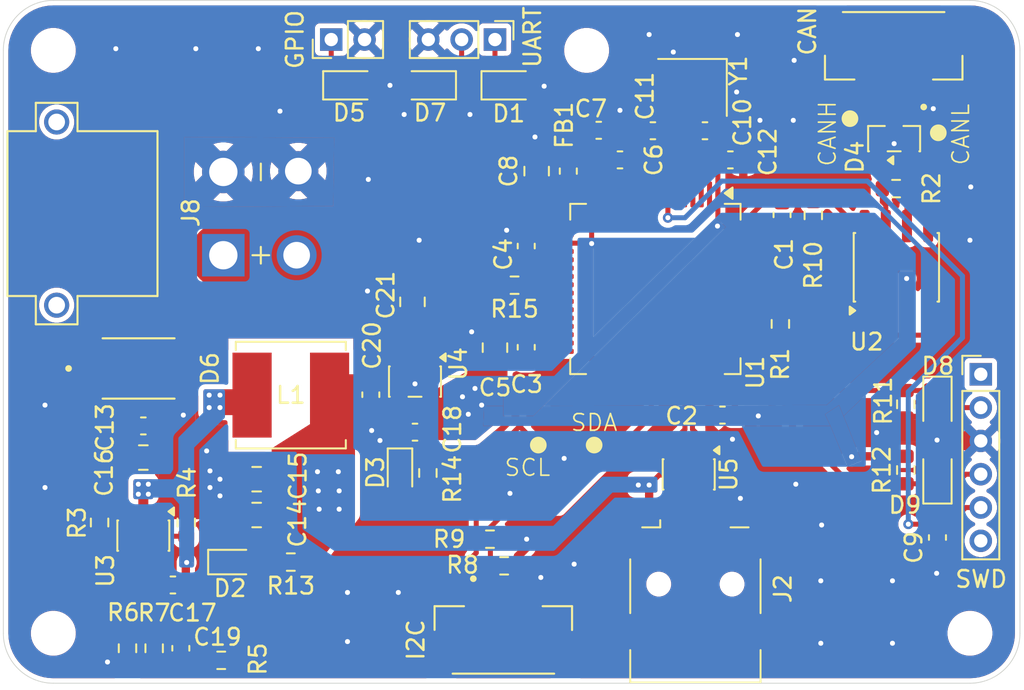
<source format=kicad_pcb>
(kicad_pcb (version 20241229) (generator "pcbnew") (generator_version "9.0")
  (layers (0 "F.Cu" signal) (4 "In1.Cu" power "In1.GND") (6 "In2.Cu" power "In2.GND") (2 "B.Cu" signal) (13 "F.Paste" user) (15 "B.Paste" user) (5 "F.SilkS" user "F.Silkscreen") (7 "B.SilkS" user "B.Silkscreen") (1 "F.Mask" user) (3 "B.Mask" user) (25 "Edge.Cuts" user))
  (net 0 "")
  (net 1 "+3.3V")
  (net 2 "GND")
  (net 3 "+3.3VA")
  (net 4 "/NRST")
  (net 5 "/HSE_IN")
  (net 6 "/HSE_OUT")
  (net 7 "napeti_z_baterie")
  (net 8 "+5V")
  (net 9 "Net-(U3-BOOT)")
  (net 10 "Net-(U3-SW)")
  (net 11 "Net-(C19-Pad1)")
  (net 12 "Net-(U3-FB)")
  (net 13 "/USART_TX")
  (net 14 "Net-(D2-A)")
  (net 15 "Net-(D3-A)")
  (net 16 "Net-(J1-Pin_2)")
  (net 17 "Net-(J1-Pin_3)")
  (net 18 "Net-(D5-K)")
  (net 19 "/USART_RX")
  (net 20 "/SWCLK")
  (net 21 "/SWDIO")
  (net 24 "Net-(J2-D-)")
  (net 27 "Net-(J2-D+)")
  (net 30 "/I2C3_SCL")
  (net 31 "/I2C3_SDA")
  (net 34 "/BOOT0")
  (net 35 "Net-(U3-EN)")
  (net 36 "Net-(U2-Rs)")
  (net 37 "/GPIO_OUT")
  (net 49 "/USB_D-")
  (net 56 "/USB_D+")
  (net 68 "/CAN1_TX")
  (net 70 "/CAN1_RX")
  (footprint "Capacitor_SMD:C_0603_1608Metric" (layer "F.Cu") (at 71.6 79.825)
    (property "Reference" "C10")
    (property "Value" "8p" (hide yes))
  )
  (footprint "Resistor_SMD:R_0603_1608Metric" (layer "F.Cu") (at 58.7 104.35 180)
    (property "Reference" "R9")
    (property "Value" "2k2" (hide yes))
  )
  (footprint "Diode_SMD:D_SOD-323" (layer "F.Cu") (at 85.55 100.6 90)
    (property "Reference" "D9")
    (property "Value" "PESD5V0S1UL" (hide yes))
  )
  (footprint "Package_TO_SOT_SMD:SOT-23" (layer "F.Cu") (at 82.95 80.3 90)
    (property "Reference" "D4")
    (property "Value" "NUP2105L" (hide yes))
  )
  (footprint "Diode_SMD:D_SOD-323" (layer "F.Cu") (at 55.05 77.1 180)
    (property "Reference" "D7")
    (property "Value" "PESD5V0S1UL" (hide yes))
  )
  (footprint "Diode_SMD:D_SOD-323" (layer "F.Cu") (at 59.8 77.1)
    (property "Reference" "D1")
    (property "Value" "PESD5V0S1UL" (hide yes))
  )
  (footprint "Package_QFP:LQFP-64_10x10mm_P0.5mm" (layer "F.Cu") (at 68.625 89.325 -90)
    (property "Reference" "U1")
    (property "Value" "STM32F446RETx" (hide yes))
  )
  (footprint "Inductor_SMD:L_6.3x6.3_H3" (layer "F.Cu") (at 46.75 95.7)
    (property "Reference" "L1")
    (property "Value" "10u" (hide yes))
  )
  (footprint "Resistor_SMD:R_0603_1608Metric" (layer "F.Cu") (at 76.125 91.425 90)
    (property "Reference" "R1")
    (property "Value" "10k" (hide yes))
  )
  (footprint "MountingHole:MountingHole_2.2mm_M2" (layer "F.Cu") (at 64.5 75)
    (property "Reference" "H3" (hide yes))
    (property "Value" "MountingHole" (hide yes))
  )
  (footprint "Resistor_SMD:R_0603_1608Metric" (layer "F.Cu") (at 38.55 110.9 90)
    (property "Reference" "R7")
    (property "Value" "100k" (hide yes))
  )
  (footprint "Capacitor_SMD:C_0805_2012Metric" (layer "F.Cu") (at 54.05 90.1 90)
    (property "Reference" "C21")
    (property "Value" "1m" (hide yes))
  )
  (footprint "Resistor_SMD:R_0603_1608Metric" (layer "F.Cu") (at 78.1 84.9 -90)
    (property "Reference" "R10")
    (property "Value" "10K" (hide yes))
  )
  (footprint "Capacitor_SMD:C_0603_1608Metric" (layer "F.Cu") (at 54.2 97.925 180)
    (property "Reference" "C18")
    (property "Value" "1u" (hide yes))
  )
  (footprint "Resistor_SMD:R_0603_1608Metric" (layer "F.Cu") (at 40.475 103.35 90)
    (property "Reference" "R4")
    (property "Value" "105k" (hide yes))
  )
  (footprint "Diode_SMD:D_SOD-323" (layer "F.Cu") (at 85.55 96.2 -90)
    (property "Reference" "D8")
    (property "Value" "PESD5V0S1UL" (hide yes))
  )
  (footprint "Capacitor_SMD:C_0603_1608Metric" (layer "F.Cu") (at 76.225 84.875 -90)
    (property "Reference" "C1")
    (property "Value" "100n" (hide yes))
  )
  (footprint "Moje_soucastky:Test_point" (layer "F.Cu") (at 61.6 98.7)
    (property "Reference" "SCL")
    (property "Value" "Conn_01x01_Pin" (hide yes))
  )
  (footprint "Package_TO_SOT_SMD:SOT-23-6" (layer "F.Cu") (at 37.9 104.1375 -90)
    (property "Reference" "U3")
    (property "Value" "TPS54302" (hide yes))
  )
  (footprint "Capacitor_SMD:C_0603_1608Metric" (layer "F.Cu") (at 68.475 79.825 180)
    (property "Reference" "C11")
    (property "Value" "8p" (hide yes))
  )
  (footprint "Capacitor_SMD:C_0603_1608Metric" (layer "F.Cu") (at 66.5 81.575)
    (property "Reference" "C6")
    (property "Value" "10n" (hide yes))
  )
  (footprint "Moje_soucastky:Test_point" (layer "F.Cu") (at 85.6 79.95)
    (property "Reference" "CANL")
    (property "Value" "Conn_01x01_Pin" (hide yes))
  )
  (footprint "Moje_soucastky:Test_point" (layer "F.Cu") (at 64.95 98.7)
    (property "Reference" "SDA")
    (property "Value" "Conn_01x01_Pin" (hide yes))
  )
  (footprint "Moje_soucastky:Test_point" (layer "F.Cu") (at 80.3 79.1)
    (property "Reference" "CANH")
    (property "Value" "Conn_01x01_Pin" (hide yes))
  )
  (footprint "SM04B-GHS-TB_LF__SN_-:JST_SM04B-GHS-TB_LF__SN_-" (layer "F.Cu") (at 82.925 74.725 180)
    (property "Reference" "CAN")
    (property "Value" "Conn_01x04_Socket" (hide yes))
  )
  (footprint "Moje_soucastky:ODrive_PAD" (layer "F.Cu") (at 47.1 87.3)
    (property "Reference" "J9" (hide yes))
    (property "Value" "Conn_01x01_Socket" (hide yes))
  )
  (footprint "Resistor_SMD:R_0603_1608Metric" (layer "F.Cu") (at 42.575 111.625 180)
    (property "Reference" "R5")
    (property "Value" "49.9R" (hide yes))
  )
  (footprint "Resistor_SMD:R_0603_1608Metric" (layer "F.Cu") (at 46.75 105.725 180)
    (property "Reference" "R13")
    (property "Value" "330R" (hide yes))
  )
  (footprint "Resistor_SMD:R_0603_1608Metric" (layer "F.Cu") (at 35.275 103.35 -90)
    (property "Reference" "R3")
    (property "Value" "511k" (hide yes))
  )
  (footprint "Connector_PinHeader_2.00mm:PinHeader_1x03_P2.00mm_Vertical" (layer "F.Cu") (at 59 74.35 -90)
    (property "Reference" "UART")
    (property "Value" "Conn_01x03_Pin" (hide yes))
  )
  (footprint "LED_SMD:LED_0603_1608Metric" (layer "F.Cu") (at 43.275 105.725)
    (property "Reference" "D2")
    (property "Value" "LED" (hide yes))
  )
  (footprint "Capacitor_SMD:C_0603_1608Metric" (layer "F.Cu") (at 37.9 97.55)
    (property "Reference" "C13")
    (property "Value" "0.1u" (hide yes))
  )
  (footprint "Resistor_SMD:R_0603_1608Metric" (layer "F.Cu") (at 54.975 100.375 -90)
    (property "Reference" "R14")
    (property "Value" "150R" (hide yes))
  )
  (footprint "Diode_SMD:D_SOD-323" (layer "F.Cu") (at 50.3 77.1)
    (property "Reference" "D5")
    (property "Value" "PESD5V0S1UL" (hide yes))
  )
  (footprint "Capacitor_SMD:C_0603_1608Metric" (layer "F.Cu") (at 73.125 81.575)
    (property "Reference" "C12")
    (property "Value" "100n" (hide yes))
  )
  (footprint "Package_TO_SOT_SMD:SOT-23-6" (layer "F.Cu") (at 70.625 100.4625 -90)
    (property "Reference" "U5")
    (property "Value" "USBLC6-2SC6" (hide yes))
  )
  (footprint "LED_SMD:LED_0603_1608Metric" (layer "F.Cu") (at 53.3 100.3875 -90)
    (property "Reference" "D3")
    (property "Value" "LED" (hide yes))
  )
  (footprint "Capacitor_SMD:C_0805_2012Metric" (layer "F.Cu") (at 37.9 99.45)
    (property "Reference" "C16")
    (property "Value" "10u" (hide yes))
  )
  (footprint "Resistor_SMD:R_0603_1608Metric" (layer "F.Cu") (at 59.55 105.95 180)
    (property "Reference" "R8")
    (property "Value" "2k2" (hide yes))
  )
  (footprint "SM04B-GHS-TB_LF__SN_-:JST_SM04B-GHS-TB_LF__SN_-" (layer "F.Cu") (at 59.5 110.4)
    (property "Reference" "I2C")
    (property "Value" "Conn_01x04_Socket" (hide yes))
  )
  (footprint "Capacitor_SMD:C_0805_2012Metric" (layer "F.Cu") (at 44.7 100.75 180)
    (property "Reference" "C15")
    (property "Value" "22u" (hide yes))
  )
  (footprint "Connector_PinHeader_2.00mm:PinHeader_1x06_P2.00mm_Vertical" (layer "F.Cu") (at 88.15 94.45)
    (property "Reference" "SWD")
    (property "Value" "Conn_01x06_Socket" (hide yes))
  )
  (footprint "Capacitor_SMD:C_0603_1608Metric" (layer "F.Cu") (at 51.55 95.675 -90)
    (property "Reference" "C20")
    (property "Value" "1u" (hide yes))
  )
  (footprint "Capacitor_SMD:C_0603_1608Metric" (layer "F.Cu") (at 40.15 110.9 90)
    (property "Reference" "C19")
    (property "Value" "75p" (hide yes))
  )
  (footprint "XT30PW-M:AMASS_XT30PW-M" (layer "F.Cu") (at 32.7 84.8 90)
    (property "Reference" "J8")
    (property "Value" "XT30PW-M")
  )
  (footprint "Capacitor_SMD:C_0603_1608Metric" (layer "F.Cu") (at 72.65 96.9 180)
    (property "Reference" "C2")
    (property "Value" "100n" (hide yes))
  )
  (footprint "SMBJ28A:DIOM5436X244N" (layer "F.Cu") (at 37.615 94.1)
    (property "Reference" "D6")
    (property "Value" "SMBJ28A" (hide yes))
  )
  (footprint "Capacitor_SMD:C_0603_1608Metric" (layer "F.Cu") (at 39.675 107.1)
    (property "Reference" "C17")
    (property "Value" "0.1u" (hide yes))
  )
  (footprint "Package_TO_SOT_SMD:SOT-23-5" (layer "F.Cu") (at 54.2 94.8875 -90)
    (property "Reference" "U4")
    (property "Value" "ME6211C33M5" (hide yes))
  )
  (footprint "Package_SO:SOIC-8_3.9x4.9mm_P1.27mm" (layer "F.Cu") (at 83.085 88.025 90)
    (property "Reference" "U2")
    (property "Value" "SN65HVD230" (hide yes))
  )
  (footprint "Capacitor_SMD:C_0603_1608Metric" (layer "F.Cu") (at 85.55 104.25 -90)
    (property "Reference" "C9")
    (property "Value" "100n" (hide yes))
  )
  (footprint "MountingHole:MountingHole_2.2mm_M2" (layer "F.Cu") (at 32.5 110)
    (property "Reference" "H5" (hide yes))
    (property "Value" "MountingHole" (hide yes))
  )
  (footprint "MountingHole:MountingHole_2.2mm_M2" (layer "F.Cu") (at 32.5 75)
    (property "Reference" "H6" (hide yes))
    (property "Value" "MountingHole" (hide yes))
  )
  (footprint "Inductor_SMD:L_0603_1608Metric" (layer "F.Cu") (at 63.4 82.25 90)
    (property "Reference" "FB1")
    (property "Value" "120R" (hide yes))
  )
  (footprint "MountingHole:MountingHole_2.2mm_M2" (layer "F.Cu") (at 87.5 110)
    (property "Reference" "H4" (hide yes))
    (property "Value" "MountingHole" (hide yes))
  )
  (footprint "Resistor_SMD:R_0603_1608Metric" (layer "F.Cu") (at 36.95 110.9 -90)
    (property "Reference" "R6")
    (property "Value" "13k3" (hide yes))
  )
  (footprint "Crystal:Crystal_SMD_3225-4Pin_3.2x2.5mm" (layer "F.Cu") (at 70.85 77.225 180)
    (property "Reference" "Y1")
    (property "Value" "16MHz" (hide yes))
  )
  (footprint "Capacitor_SMD:C_0603_1608Metric" (layer "F.Cu") (at 60.875 92.825 90)
    (property "Reference" "C3")
    (property "Value" "100n" (hide yes))
  )
  (footprint "Capacitor_SMD:C_0805_2012Metric" (layer "F.Cu") (at 61.5 82.25 90)
    (property "Reference" "C8")
    (property "Value" "1u" (hide yes))
  )
  (footprint "Moje_soucastky:ODrive_PAD" (layer "F.Cu") (at 47.2 82.25)
    (property "Reference" "J5" (hide yes))
    (property "Value" "Conn_01x01_Socket" (hide yes))
  )
  (footprint "Capacitor_SMD:C_0603_1608Metric" (layer "F.Cu") (at 65.225 79.8)
    (property "Reference" "C7")
    (property "Value" "1u" (hide yes))
  )
  (footprint "Connector_PinHeader_2.00mm:PinHeader_1x02_P2.00mm_Vertical" (layer "F.Cu") (at 49.175 74.35 90)
    (property "Reference" "GPIO")
    (property "Value" "Conn_01x02_Pin" (hide yes))
  )
  (footprint "Resistor_SMD:R_0603_1608Metric" (layer "F.Cu") (at 83.0675 83.3)
    (property "Reference" "R2")
    (property "Value" "120R" (hide yes))
  )
  (footprint "Capacitor_SMD:C_0805_2012Metric" (layer "F.Cu") (at 44.7 102.9 180)
    (property "Reference" "C14")
    (property "Value" "22u" (hide yes))
  )
  (footprint "Capacitor_SMD:C_0603_1608Metric" (layer "F.Cu") (at 60.875 86.75 90)
    (property "Reference" "C4")
    (property "Value" "100n" (hide yes))
  )
  (footprint "Resistor_SMD:R_0603_1608Metric" (layer "F.Cu") (at 60.175 89.1 180)
    (property "Reference" "R15")
    (property "Value" "470R" (hide yes))
  )
  (footprint "Capacitor_SMD:C_0805_2012Metric" (layer "F.Cu") (at 59 92.85 90)
    (property "Reference" "C5")
    (property "Value" "10u" (hide yes))
  )
  (footprint "Resistor_SMD:R_0603_1608Metric" (layer "F.Cu") (at 83.65 100.2 90)
    (property "Reference" "R12")
    (property "Value" "10K" (hide yes))
  )
  (footprint "Resistor_SMD:R_0603_1608Metric" (layer "F.Cu") (at 83.65 96.25 90)
    (property "Reference" "R11")
    (property "Value" "10K" (hide yes))
  )
  (footprint "Connector_USB:USB_Mini-B_Lumberg_2486_01_Horizontal" (layer "F.Cu") (at 71.025 107.05)
    (property "Reference" "J2")
    (property "Value" "USB_B_Mini" (hide yes))
  )
  (gr_arc (start 29.5 75) (mid 30.37868 72.87868) (end 32.5 72) (stroke (width 0.05)) (layer "Edge.Cuts"))
  (gr_line (start 29.5 75) (end 29.5 110) (stroke (width 0.05)) (layer "Edge.Cuts"))
  (gr_line (start 32.5 113) (end 87.5 113) (stroke (width 0.05)) (layer "Edge.Cuts"))
  (gr_line (start 90.5 110) (end 90.5 75) (stroke (width 0.05)) (layer "Edge.Cuts"))
  (gr_line (start 32.5 72) (end 87.5 72) (stroke (width 0.05)) (layer "Edge.Cuts"))
  (gr_arc (start 32.5 113) (mid 30.37868 112.12132) (end 29.5 110) (stroke (width 0.05)) (layer "Edge.Cuts"))
  (gr_arc (start 90.5 110) (mid 89.62132 112.12132) (end 87.5 113) (stroke (width 0.05)) (layer "Edge.Cuts"))
  (gr_arc (start 87.5 72) (mid 89.62132 72.87868) (end 90.5 75) (stroke (width 0.05)) (layer "Edge.Cuts"))
  (segment (start 61.75 87.3) (end 61.525 87.525) (width 0.3) (layer "F.Cu") (net 1))
  (segment (start 76.125 83.775) (end 76.125 84.1) (width 0.3) (layer "F.Cu") (net 1))
  (segment (start 80.4 99.4) (end 80.425 99.375) (width 0.2) (layer "F.Cu") (net 1))
  (segment (start 64.8 86.6) (end 64.775 86.575) (width 0.3) (layer "F.Cu") (net 1))
  (segment (start 64.8 86.6) (end 64.8 85.7) (width 0.3) (layer "F.Cu") (net 1))
  (segment (start 54.975 99.55) (end 54.975 97.925) (width 0.5) (layer "F.Cu") (net 1))
  (segment (start 72.6 96.15) (end 73.25 96.15) (width 0.3) (layer "F.Cu") (net 1))
  (segment (start 63.2375 83.2) (end 63.4 83.0375) (width 0.5) (layer "F.Cu") (net 1))
  (segment (start 72.375 85.525) (end 72.35 85.55) (width 0.3) (layer "F.Cu") (net 1))
  (segment (start 55.15 97.75) (end 54.975 97.925) (width 0.3) (layer "F.Cu") (net 1))
  (segment (start 73.25 96.15) (end 73.425 96.325) (width 0.3) (layer "F.Cu") (net 1))
  (segment (start 59.95 93.8) (end 60.15 93.6) (width 0.5) (layer "F.Cu") (net 1))
  (segment (start 74.8 96.95) (end 73.475 96.95) (width 0.3) (layer "F.Cu") (net 1))
  (segment (start 61.75 86.75) (end 61.75 87.3) (width 0.3) (layer "F.Cu") (net 1))
  (segment (start 80.425 99.375) (end 83.65 99.375) (width 0.5) (layer "F.Cu") (net 1))
  (segment (start 74.3 85.575) (end 74.3 84.95) (width 0.3) (layer "F.Cu") (net 1))
  (segment (start 60.15 93.6) (end 60.875 93.6) (width 0.5) (layer "F.Cu") (net 1))
  (segment (start 63.4 84.3) (end 63.4 83.0375) (width 0.3) (layer "F.Cu") (net 1))
  (segment (start 75.15 84.1) (end 76.225 84.1) (width 0.3) (layer "F.Cu") (net 1))
  (segment (start 73.475 96.95) (end 73.425 96.9) (width 0.3) (layer "F.Cu") (net 1))
  (segment (start 74.3 85.575) (end 72.375 85.575) (width 0.3) (layer "F.Cu") (net 1))
  (segment (start 59 93.8) (end 59.95 93.8) (width 0.5) (layer "F.Cu") (net 1))
  (segment (start 62.125 93.075) (end 61.6 93.6) (width 0.3) (layer "F.Cu") (net 1))
  (segment (start 72.375 81.6) (end 72.35 81.575) (width 0.3) (layer "F.Cu") (net 1))
  (segment (start 83.7 90.48) (end 83.72 90.5) (width 0.5) (layer "F.Cu") (net 1))
  (segment (start 74.3 84.95) (end 75.15 84.1) (width 0.3) (layer "F.Cu") (net 1))
  (segment (start 61.5 83.2) (end 63.2375 83.2) (width 0.5) (layer "F.Cu") (net 1))
  (segment (start 72.375 95) (end 72.375 95.925) (width 0.3) (layer "F.Cu") (net 1))
  (segment (start 61.6 93.6) (end 60.875 93.6) (width 0.3) (layer "F.Cu") (net 1))
  (segment (start 83.7 88.7) (end 83.7 90.48) (width 0.5) (layer "F.Cu") (net 1))
  (segment (start 72.375 83.65) (end 72.375 81.6) (width 0.3) (layer "F.Cu") (net 1))
  (segment (start 55.15 96.025) (end 55.15 97.75) (width 0.5) (layer "F.Cu") (net 1))
  (segment (start 64.8 85.7) (end 63.4 84.3) (width 0.3) (layer "F.Cu") (net 1))
  (segment (start 72.375 95.925) (end 72.6 96.15) (width 0.3) (layer "F.Cu") (net 1))
  (segment (start 72.375 83.65) (end 72.375 85.525) (width 0.3) (layer "F.Cu") (net 1))
  (segment (start 61.925 86.575) (end 61.75 86.75) (width 0.3) (layer "F.Cu") (net 1))
  (segment (start 73.425 96.325) (end 73.425 96.9) (width 0.3) (layer "F.Cu") (net 1))
  (segment (start 72.375 85.575) (end 72.35 85.55) (width 0.3) (layer "F.Cu") (net 1))
  (segment (start 61.525 87.525) (end 60.875 87.525) (width 0.3) (layer "F.Cu") (net 1))
  (segment (start 62.95 86.575) (end 61.925 86.575) (width 0.3) (layer "F.Cu") (net 1))
  (segment (start 64.775 86.575) (end 62.95 86.575) (width 0.3) (layer "F.Cu") (net 1))
  (segment (start 62.95 93.075) (end 62.125 93.075) (width 0.3) (layer "F.Cu") (net 1))
  (via (at 57.8 95.3) (size 0.6) (drill 0.3) (layers "F.Cu" "B.Cu") (net 1))
  (via (at 74.8 96.95) (size 0.6) (drill 0.3) (layers "F.Cu" "B.Cu") (net 1))
  (via (at 57.4 96.85) (size 0.6) (drill 0.3) (layers "F.Cu" "B.Cu") (net 1))
  (via (at 72.35 85.55) (size 0.6) (drill 0.3) (layers "F.Cu" "B.Cu") (net 1))
  (via (at 58.2 96.3) (size 0.6) (drill 0.3) (layers "F.Cu" "B.Cu") (net 1))
  (via (at 83.7 88.7) (size 0.6) (drill 0.3) (layers "F.Cu" "B.Cu") (net 1))
  (via (at 80.4 99.4) (size 0.6) (drill 0.3) (layers "F.Cu" "B.Cu") (net 1))
  (via (at 57.05 95.8) (size 0.6) (drill 0.3) (layers "F.Cu" "B.Cu") (net 1))
  (via (at 64.8 86.6) (size 0.6) (drill 0.3) (layers "F.Cu" "B.Cu") (net 1))
  (segment (start 39.65 97.55) (end 40.3 96.9) (width 0.5) (layer "F.Cu") (net 2))
  (segment (start 43.75 102.9) (end 43.65 102.9) (width 0.5) (layer "F.Cu") (net 2))
  (segment (start 61.95 77.15) (end 60.9 77.15) (width 0.5) (layer "F.Cu") (net 2))
  (segment (start 51.175 74.5) (end 51.175 74.525) (width 0.3) (layer "F.Cu") (net 2))
  (segment (start 71.95 78.075) (end 72.925 78.075) (width 0.5) (layer "F.Cu") (net 2))
  (segment (start 85.5 105.3) (end 85.5 106.4) (width 0.5) (layer "F.Cu") (net 2))
  (segment (start 72.475 100.45) (end 72.825 100.8) (width 0.3) (layer "F.Cu") (net 2))
  (segment (start 62.95 86.075) (end 60.975 86.075) (width 0.3) (layer "F.Cu") (net 2))
  (segment (start 36.95 111.725) (end 35.75 111.725) (width 0.5) (layer "F.Cu") (net 2))
  (segment (start 72.825 100.8) (end 72.825 101.9) (width 0.3) (layer "F.Cu") (net 2))
  (segment (start 62.95 92.575) (end 61.975 92.575) (width 0.3) (layer "F.Cu") (net 2))
  (segment (start 72.625 102.9) (end 72.625 104.35) (width 0.3) (layer "F.Cu") (net 2))
  (segment (start 69.75 76.375) (end 69.75 75.15) (width 0.5) (layer "F.Cu") (net 2))
  (segment (start 61.975 92.575) (end 61.45 92.05) (width 0.3) (layer "F.Cu") (net 2))
  (segment (start 59.95 91.9) (end 60.1 92.05) (width 0.5) (layer "F.Cu") (net 2))
  (segment (start 52.1 98.425) (end 52.6 97.925) (width 0.5) (layer "F.Cu") (net 2))
  (segment (start 85.55 98.375) (end 85.525 98.4) (width 0.2) (layer "F.Cu") (net 2))
  (segment (start 42.3375 104.6125) (end 42.75 104.2) (width 0.5) (layer "F.Cu") (net 2))
  (segment (start 85.3 78.5) (end 84.8 78) (width 0.5) (layer "F.Cu") (net 2))
  (segment (start 70.625 100.125) (end 70.95 100.45) (width 0.3) (layer "F.Cu") (net 2))
  (segment (start 72.925 78.075) (end 73.5 77.5) (width 0.5) (layer "F.Cu") (net 2))
  (segment (start 67.275 82.225) (end 67.275 81.575) (width 0.3) (layer "F.Cu") (net 2))
  (segment (start 66.875 83.65) (end 66.875 82.625) (width 0.3) (layer "F.Cu") (net 2))
  (segment (start 42.3375 105.725) (end 42.3375 104.6125) (width 0.5) (layer "F.Cu") (net 2))
  (segment (start 70.625 99.325) (end 70.625 100.125) (width 0.3) (layer "F.Cu") (net 2))
  (segment (start 69.75 75.15) (end 69.7 75.1) (width 0.5) (layer "F.Cu") (net 2))
  (segment (start 55 74.5) (end 55.4 74.9) (width 0.3) (layer "F.Cu") (net 2))
  (segment (start 75.65 85.65) (end 76.225 85.65) (width 0.3) (layer "F.Cu") (net 2))
  (segment (start 43.65 102.9) (end 42.5 101.75) (width 0.5) (layer "F.Cu") (net 2))
  (segment (start 66.3 79.8) (end 66 79.8) (width 0.5) (layer "F.Cu") (net 2))
  (segment (start 47.15 82.3) (end 47.2 82.25) (width 0.2) (layer "F.Cu") (net 2))
  (segment (start 66.5 78.6) (end 66.5 79.6) (width 0.5) (layer "F.Cu") (net 2))
  (segment (start 59.7 85.8) (end 59.875 85.975) (width 0.5) (layer "F.Cu") (net 2))
  (segment (start 38.85 99.45) (end 41.3 99.45) (width 0.5) (layer "F.Cu") (net 2))
  (segment (start 60.1 92.05) (end 60.875 92.05) (width 0.5) (layer "F.Cu") (net 2))
  (segment (start 71.875 96.9) (end 71.875 95) (width 0.3) (layer "F.Cu") (net 2))
  (segment (start 66.5 79.6) (end 66.3 79.8) (width 0.5) (layer "F.Cu") (net 2))
  (segment (start 82.95 80.6) (end 82.95 79.3625) (width 0.5) (layer "F.Cu") (net 2))
  (segment (start 76.225 85.65) (end 78.025 85.65) (width 0.3) (layer "F.Cu") (net 2))
  (segment (start 61.75 106.65) (end 61.375 107.025) (width 0.5) (layer "F.Cu") (net 2))
  (segment (start 43.75 100.75) (end 42.5 100.75) (width 0.5) (layer "F.Cu") (net 2))
  (segment (start 59.875 85.975) (end 60.875 85.975) (width 0.5) (layer "F.Cu") (net 2))
  (segment (start 43.75 103.8) (end 43.75 102.9) (width 0.5) (layer "F.Cu") (net 2))
  (segment (start 78.025 85.65) (end 78.1 85.725) (width 0.3) (layer "F.Cu") (net 2))
  (segment (start 41.3 99.45) (end 41.7 99.05) (width 0.5) (layer "F.Cu") (net 2))
  (segment (start 60.975 86.075) (end 60.875 85.975) (width 0.3) (layer "F.Cu") (net 2))
  (segment (start 52.6 97.925) (end 53.425 97.925) (width 0.5) (layer "F.Cu") (net 2))
  (segment (start 72.825 102.7) (end 72.625 102.9) (width 0.3) (layer "F.Cu") (net 2))
  (segment (start 72.6 98.35) (end 71.875 97.625) (width 0.5) (layer "F.Cu") (net 2))
  (segment (start 72.825 101.9) (end 73.725 101.9) (width 0.3) (layer "F.Cu") (net 2))
  (segment (start 72.825 101.9) (end 72.825 102.7) (width 0.3) (layer "F.Cu") (net 2))
  (segment (start 38.675 97.55) (end 39.65 97.55) (width 0.5) (layer "F.Cu") (net 2))
  (segment (start 43.35 104.2) (end 43.75 103.8) (width 0.5) (layer "F.Cu") (net 2))
  (segment (start 76.125 92.25) (end 76.45 92.25) (width 0.3) (layer "F.Cu") (net 2))
  (segment (start 85.55 105.25) (end 85.5 105.3) (width 0.5) (layer "F.Cu") (net 2))
  (segment (start 61.45 92.05) (end 60.875 92.05) (width 0.3) (layer "F.Cu") (net 2))
  (segment (start 72.375 79.825) (end 74.275 79.825) (width 0.5) (layer "F.Cu") (net 2))
  (segment (start 42.75 104.2) (end 43.35 104.2) (width 0.5) (layer "F.Cu") (net 2))
  (segment (start 73.25 98.35) (end 72.6 98.35) (width 0.5) (layer "F.Cu") (net 2))
  (segment (start 74.275 79.825) (end 74.9 79.2) (width 0.5) (layer "F.Cu") (net 2))
  (segment (start 70.95 100.45) (end 72.475 100.45) (width 0.3) (layer "F.Cu") (net 2))
  (segment (start 54.2 93.75) (end 54.2 95.025) (width 0.5) (layer "F.Cu") (net 2))
  (segment (start 39.83 94.1) (end 40.5 94.1) (width 1) (layer "F.Cu") (net 2))
  (segment (start 61.375 107.025) (end 61.375 108.125) (width 0.5) (layer "F.Cu") (net 2))
  (segment (start 74.3 86.075) (end 75.225 86.075) (width 0.3) (layer "F.Cu") (net 2))
  (segment (start 75.225 86.075) (end 75.65 85.65) (width 0.3) (layer "F.Cu") (net 2))
  (segment (start 84.8 78) (end 84.8 77) (width 0.5) (layer "F.Cu") (net 2))
  (segment (start 60.9 77.15) (end 60.85 77.1) (width 0.2) (layer "F.Cu") (net 2))
  (segment (start 61.5 80.3) (end 61.4 80.2) (width 0.5) (layer "F.Cu") (net 2))
  (segment (start 61.5 81.3) (end 61.5 80.3) (width 0.5) (layer "F.Cu") (net 2))
  (segment (start 71.875 97.625) (end 71.875 96.9) (width 0.5) (layer "F.Cu") (net 2))
  (segment (start 85.55 105.025) (end 85.55 105.25) (width 0.5) (layer "F.Cu") (net 2))
  (segment (start 59 91.9) (end 59.95 91.9) (width 0.5) (layer "F.Cu") (net 2))
  (segment (start 66.875 82.625) (end 67.275 82.225) (width 0.3) (layer "F.Cu") (net 2))
  (segment (start 59 91.9) (end 57.6 91.9) (width 0.5) (layer "F.Cu") (net 2))
  (via (at 68.25 74.05) (size 0.6) (drill 0.3) (layers "F.Cu" "B.Cu") (net 2))
  (via (at 66.5 78.6) (size 0.7) (drill 0.3) (layers "F.Cu" "B.Cu") (net 2))
  (via (at 87.55 83.2) (size 0.6) (drill 0.3) (layers "F.Cu" "B.Cu") (net 2))
  (via (at 59.7 85.8) (size 0.7) (drill 0.3) (layers "F.Cu" "B.Cu") (net 2))
  (via (at 59.9 101.6) (size 0.6) (drill 0.3) (layers "F.Cu" "B.Cu") (net 2))
  (via (at 78.6 103.5) (size 0.6) (drill 0.3) (layers "F.Cu" "B.Cu") (net 2))
  (via (at 85.5 106.4) (size 0.6) (drill 0.3) (layers "F.Cu" "B.Cu") (net 2))
  (via (at 50.15 110.5) (size 0.6) (drill 0.3) (layers "F.Cu" "B.Cu") (net 2))
  (via (at 61.4 80.2) (size 0.6) (drill 0.3) (layers "F.Cu" "B.Cu") (net 2))
  (via (at 81.9 97.95) (size 0.6) (drill 0.3) (layers "F.Cu" "B.Cu") (net 2))
  (via (at 73.725 101.9) (size 0.6) (drill 0.3) (layers "F.Cu" "B.Cu") (net 2))
  (via (at 53.2 107.55) (size 0.6) (drill 0.3) (layers "F.Cu" "B.Cu") (net 2))
  (via (at 51.35 89.45) (size 0.6) (drill 0.3) (layers "F.Cu" "B.Cu") (net 2))
  (via (at 42.5 101.75) (size 0.6) (drill 0.3) (layers "F.Cu" "B.Cu") (net 2))
  (via (at 54.45 86.4) (size 0.6) (drill 0.3) (layers "F.Cu" "B.Cu") (net 2))
  (via (at 73.5 77.5) (size 0.6) (drill 0.3) (layers "F.Cu" "B.Cu") (net 2))
  (via (at 53.55 78.85) (size 0.6) (drill 0.3) (layers "F.Cu" "B.Cu") (net 2))
  (via (at 32 101.25) (size 0.6) (drill 0.3) (layers "F.Cu" "B.Cu") (net 2))
  (via (at 63.15 99.5) (size 0.6) (drill 0.3) (layers "F.Cu" "B.Cu") (net 2))
  (via (at 78.55 110.6) (size 0.6) (drill 0.3) (layers "F.Cu" "B.Cu") (net 2))
  (via (at 54.2 95.025) (size 0.6) (drill 0.3) (layers "F.Cu" "B.Cu") (net 2))
  (via (at 46.1 78.65) (size 0.6) (drill 0.3) (layers "F.Cu" "B.Cu") (net 2))
  (via (at 42.5 100.75) (size 0.6) (drill 0.3) (layers "F.Cu" "B.Cu") (net 2))
  (via (at 41.9 100.25) (size 0.6) (drill 0.3) (layers "F.Cu" "B.Cu") (net 2))
  (via (at 82.85 110.6) (size 0.6) (drill 0.3) (layers "F.Cu" "B.Cu") (net 2))
  (via (at 74.9 79.2) (size 0.7) (drill 0.3) (layers "F.Cu" "B.Cu") (net 2))
  (via (at 52.1 98.425) (size 0.6) (drill 0.3) (layers "F.Cu" "B.Cu") (net 2))
  (via (at 57.5 78.85) (size 0.6) (drill 0.3) (layers "F.Cu" "B.Cu") (net 2))
  (via (at 50.15 107.55) (size 0.6) (drill 0.3) (layers "F.Cu" "B.Cu") (net 2))
  (via (at 40.3 96.9) (size 0.6) (drill 0.3) (layers "F.Cu" "B.Cu") (net 2))
  (via (at 35.75 111.725) (size 0.6) (drill 0.3) (layers "F.Cu" "B.Cu") (net 2))
  (via (at 82.85 106.85) (size 0.6) (drill 0.3) (layers "F.Cu" "B.Cu") (net 2))
  (via (at 52.7 77.1) (size 0.7) (drill 0.3) (layers "F.Cu" "B.Cu") (net 2))
  (via (at 69.7 75.1) (size 0.6) (drill 0.3) (layers "F.Cu" "B.Cu") (net 2))
  (via (at 41.9 101.25) (size 0.6) (drill 0.3) (layers "F.Cu" "B.Cu") (net 2))
  (via (at 85.3 78.5) (size 0.6) (drill 0.3) (layers "F.Cu" "B.Cu") (net 2))
  (via (at 41.7 99.05) (size 0.6) (drill 0.3) (layers "F.Cu" "B.Cu") (net 2))
  (via (at 57.6 91.9) (size 0.6) (drill 0.3) (layers "F.Cu" "B.Cu") (net 2))
  (via (at 41.05 74.9) (size 0.6) (drill 0.3) (layers "F.Cu" "B.Cu") (net 2))
  (via (at 73.55 74.05) (size 0.6) (drill 0.3) (layers "F.Cu" "B.Cu") (net 2))
  (via (at 82.95 80.6) (size 0.6) (drill 0.3) (layers "F.Cu" "B.Cu") (net 2))
  (via (at 76.9 79.2) (size 0.6) (drill 0.3) (layers "F.Cu" "B.Cu") (net 2))
  (via (at 61.95 77.15) (size 0.7) (drill 0.3) (layers "F.Cu" "B.Cu") (net 2))
  (via (at 78.55 106.85) (size 0.6) (drill 0.3) (layers "F.Cu" "B.Cu") (net 2))
  (via (at 73.25 98.35) (size 0.6) (drill 0.3) (layers "F.Cu" "B.Cu") (net 2))
  (via (at 77.05 101.05) (size 0.6) (drill 0.3) (layers "F.Cu" "B.Cu") (net 2))
  (via (at 63.75 105.85) (size 0.6) (drill 0.3) (layers "F.Cu" "B.Cu") (net 2))
  (via (at 51.4 82.75) (size 0.6) (drill 0.3) (layers "F.Cu" "B.Cu") (net 2))
  (via (at 85.525 98.4) (size 0.6) (drill 0.3) (layers "F.Cu" "B.Cu") (net 2))
  (via (at 76.95 75.6) (size 0.6) (drill 0.3) (layers "F.Cu" "B.Cu") (net 2))
  (via (at 36.25 74.9) (size 0.6) (drill 0.3) (layers "F.Cu" "B.Cu") (net 2))
  (via (at 87.5 86.4) (size 0.6) (drill 0.3) (layers "F.Cu" "B.Cu") (net 2))
  (via (at 61.75 106.65) (size 0.6) (drill 0.3) (layers "F.Cu" "B.Cu") (net 2))
  (via (at 51.6 97.825) (size 0.6) (drill 0.3) (layers "F.Cu" "B.Cu") (net 2))
  (via (at 32 96.3) (size 0.6) (drill 0.3) (layers "F.Cu" "B.Cu") (net 2))
  (via (at 44.8 74.9) (size 0.6) (drill 0.3) (layers "F.Cu" "B.Cu") (net 2))
  (segment (start 65.5 80.8) (end 64.75 80.8) (width 0.3) (layer "F.Cu") (net 3))
  (segment (start 63.6 80.75) (end 64.15 80.75) (width 0.3) (layer "F.Cu") (net 3))
  (segment (start 65.725 82.075) (end 65.725 81.575) (width 0.3) (layer "F.Cu") (net 3))
  (segment (start 65.725 81.575) (end 65.725 81.025) (width 0.3) (layer "F.Cu") (net 3))
  (segment (start 64.45 79.8) (end 64.45 80.3) (width 0.3) (layer "F.Cu") (net 3))
  (segment (start 65.725 81.025) (end 65.5 80.8) (width 0.3) (layer "F.Cu") (net 3))
  (segment (start 64.15 80.75) (end 64.45 80.45) (width 0.3) (layer "F.Cu") (net 3))
  (segment (start 63.4 81.4625) (end 63.4 80.95) (width 0.3) (layer "F.Cu") (net 3))
  (segment (start 66.375 83.65) (end 66.375 82.725) (width 0.3) (layer "F.Cu") (net 3))
  (segment (start 64.75 80.8) (end 64.45 80.5) (width 0.3) (layer "F.Cu") (net 3))
  (segment (start 63.4 80.95) (end 63.6 80.75) (width 0.3) (layer "F.Cu") (net 3))
  (segment (start 64.45 80.5) (end 64.45 80.45) (width 0.3) (layer "F.Cu") (net 3))
  (segment (start 64.45 80.45) (end 64.45 80.3) (width 0.3) (layer "F.Cu") (net 3))
  (segment (start 66.375 82.725) (end 65.725 82.075) (width 0.3) (layer "F.Cu") (net 3))
  (segment (start 85.2 103.45) (end 85.225 103.475) (width 0.3) (layer "F.Cu") (net 4))
  (segment (start 69.375 85.05) (end 69.375 83.65) (width 0.3) (layer "F.Cu") (net 4))
  (segment (start 85.225 103.475) (end 85.875 103.475) (width 0.3) (layer "F.Cu") (net 4))
  (segment (start 85.55 103.475) (end 86.225 103.475) (width 0.3) (layer "F.Cu") (net 4))
  (segment (start 83.8 103.45) (end 85.525 103.45) (width 0.3) (layer "F.Cu") (net 4))
  (segment (start 85.525 103.45) (end 85.55 103.475) (width 0.3) (layer "F.Cu") (net 4))
  (segment (start 86.225 103.475) (end 87.25 102.45) (width 0.3) (layer "F.Cu") (net 4))
  (segment (start 87.25 102.45) (end 88.15 102.45) (width 0.3) (layer "F.Cu") (net 4))
  (via (at 83.8 103.45) (size 0.6) (drill 0.3) (layers "F.Cu" "B.Cu") (net 4))
  (via (at 69.375 85.05) (size 0.6) (drill 0.3) (layers "F.Cu" "B.Cu") (net 4))
  (segment (start 87.05 88.55) (end 87.05 92.25) (width 0.3) (layer "B.Cu") (net 4))
  (segment (start 83.8 95.5) (end 83.8 103.45) (width 0.3) (layer "B.Cu") (net 4))
  (segment (start 87.05 92.25) (end 83.8 95.5) (width 0.3) (layer "B.Cu") (net 4))
  (segment (start 70.4 85.05) (end 72.6 82.85) (width 0.3) (layer "B.Cu") (net 4))
  (segment (start 72.6 82.85) (end 81.35 82.85) (width 0.3) (layer "B.Cu") (net 4))
  (segment (start 69.375 85.05) (end 70.4 85.05) (width 0.3) (layer "B.Cu") (net 4))
  (segment (start 81.35 82.85) (end 87.05 88.55) (width 0.3) (layer "B.Cu") (net 4))
  (segment (start 70.825 79.825) (end 70.825 78.5) (width 0.3) (layer "F.Cu") (net 5))
  (segment (start 70.825 82.175) (end 70.825 79.825) (width 0.3) (layer "F.Cu") (net 5))
  (segment (start 70.825 78.5) (end 70.825 77.5) (width 0.3) (layer "F.Cu") (net 5))
  (segment (start 71 79.825) (end 70.899 79.724) (width 0.3) (layer "F.Cu") (net 5))
  (segment (start 70.375 83.65) (end 70.375 82.625) (width 0.3) (layer "F.Cu") (net 5))
  (segment (start 70.825 77.5) (end 71.95 76.375) (width 0.3) (layer "F.Cu") (net 5))
  (segment (start 70.375 82.625) (end 70.825 82.175) (width 0.3) (layer "F.Cu") (net 5))
  (segment (start 69.25 82) (end 69.25 79.825) (width 0.3) (layer "F.Cu") (net 6))
  (segment (start 69.25 78.575) (end 69.75 78.075) (width 0.3) (layer "F.Cu") (net 6))
  (segment (start 69.25 79.825) (end 69.25 78.575) (width 0.3) (layer "F.Cu") (net 6))
  (segment (start 69.875 82.625) (end 69.25 82) (width 0.3) (layer "F.Cu") (net 6))
  (segment (start 69.875 83.65) (end 69.875 82.625) (width 0.3) (layer "F.Cu") (net 6))
  (segment (start 35.4 94.1) (end 35.4 90.2) (width 2) (layer "F.Cu") (net 7))
  (segment (start 38.3 87.3) (end 42.7 87.3) (width 2) (layer "F.Cu") (net 7))
  (segment (start 42.7 87.3) (end 47.1 87.3) (width 4) (layer "F.Cu") (net 7))
  (segment (start 35.4 90.2) (end 38.3 87.3) (width 2) (layer "F.Cu") (net 7))
  (segment (start 54.05 92.4) (end 54.85 92.4) (width 0.5) (layer "F.Cu") (net 8))
  (segment (start 60.9 104.35) (end 59.525 104.35) (width 0.5) (layer "F.Cu") (net 8))
  (segment (start 54.05 91.05) (end 54.05 92.4) (width 0.5) (layer "F.Cu") (net 8))
  (segment (start 68.25 102.3) (end 68.5 102.55) (width 0.5) (layer "F.Cu") (net 8))
  (segment (start 68.85 100.5) (end 70.29148 100.5) (width 0.3) (layer "F.Cu") (net 8))
  (segment (start 68.5 102.55) (end 68.5 103.85) (width 0.5) (layer "F.Cu") (net 8))
  (segment (start 51.55 93.2) (end 52.35 92.4) (width 0.5) (layer "F.Cu") (net 8))
  (segment (start 60.125 108.125) (end 60.125 106.925) (width 0.5) (layer "F.Cu") (net 8))
  (segment (start 43.4 111.625) (end 45.025 111.625) (width 0.3) (layer "F.Cu") (net 8))
  (segment (start 60.9 104.35) (end 60.9 104.85) (width 0.5) (layer "F.Cu") (net 8))
  (segment (start 49.8 95.4) (end 49.5 95.7) (width 0.5) (layer "F.Cu") (net 8))
  (segment (start 68.5 103.85) (end 69 104.35) (width 0.5) (layer "F.Cu") (net 8))
  (segment (start 60.375 105.375) (end 60.375 105.95) (width 0.5) (layer "F.Cu") (net 8))
  (segment (start 68.25 101.1) (end 68.25 102.3) (width 0.5) (layer "F.Cu") (net 8))
  (segment (start 60.125 106.925) (end 60.375 106.675) (width 0.5) (layer "F.Cu") (net 8))
  (segment (start 60.9 104.85) (end 60.375 105.375) (width 0.5) (layer "F.Cu") (net 8))
  (segment (start 47.575 105.575) (end 47.575 105.725) (width 0.5) (layer "F.Cu") (net 8))
  (segment (start 60.375 106.675) (end 60.375 105.95) (width 0.5) (layer "F.Cu") (net 8))
  (segment (start 69 104.35) (end 69.425 104.35) (width 0.5) (layer "F.Cu") (net 8))
  (segment (start 53.25 93.75) (end 53.25 92.4) (width 0.5) (layer "F.Cu") (net 8))
  (segment (start 51.55 94.9) (end 51.55 93.2) (width 0.5) (layer "F.Cu") (net 8))
  (segment (start 70.625 100.833521) (end 70.625 101.6) (width 0.3) (layer "F.Cu") (net 8))
  (segment (start 52.35 92.4) (end 53.25 92.4) (width 0.5) (layer "F.Cu") (net 8))
  (segment (start 45.025 111.625) (end 47.575 109.075) (width 0.3) (layer "F.Cu") (net 8))
  (segment (start 68.25 101.1) (end 68.85 100.5) (width 0.3) (layer "F.Cu") (net 8))
  (segment (start 70.29148 100.5) (end 70.625 100.833521) (width 0.3) (layer "F.Cu") (net 8))
  (segment (start 53.25 92.4) (end 54.05 92.4) (width 0.5) (layer "F.Cu") (net 8))
  (segment (start 54.85 92.4) (end 55.15 92.7) (width 0.5) (layer "F.Cu") (net 8))
  (segment (start 55.15 92.7) (end 55.15 93.75) (width 0.5) (layer "F.Cu") (net 8))
  (segment (start 47.575 109.075) (end 47.575 105.725) (width 0.3) (layer "F.Cu") (net 8))
  (via (at 68.25 101.1) (size 0.6) (drill 0.3) (layers "F.Cu" "B.Cu") (net 8))
  (via (at 48.4 101.45) (size 0.6) (drill 0.3) (layers "F.Cu" "B.Cu") (net 8))
  (via (at 60.9 104.35) (size 0.6) (drill 0.3) (layers "F.Cu" "B.Cu") (net 8))
  (via (at 49.6 100.3) (size 0.6) (drill 0.3) (layers "F.Cu" "B.Cu") (net 8))
  (via (at 48.35 100.3) (size 0.6) (drill 0.3) (layers "F.Cu" "B.Cu") (net 8))
  (via (at 67.6 101.1) (size 0.6) (drill 0.3) (layers "F.Cu" "B.Cu") (net 8))
  (via (at 48.45 102.55) (size 0.6) (drill 0.3) (layers "F.Cu" "B.Cu") (net 8))
  (via (at 49.65 102.55) (size 0.6) (drill 0.3) (layers "F.Cu" "B.Cu") (net 8))
  (via (at 49.65 101.45) (size 0.6) (drill 0.3) (layers "F.Cu" "B.Cu") (net 8))
  (segment (start 38.85 105.275) (end 38.85 107.05) (width 0.5) (layer "F.Cu") (net 9))
  (segment (start 38.85 107.05) (end 38.9 107.1) (width 0.5) (layer "F.Cu") (net 9))
  (segment (start 37.603994 101.053991) (end 37.6 101.049997) (width 0.5) (layer "F.Cu") (net 10))
  (segment (start 41.85 95.700003) (end 41.849997 95.7) (width 0.5) (layer "F.Cu") (net 10))
  (segment (start 40.45 107.1) (end 40.45 105.8) (width 0.5) (layer "F.Cu") (net 10))
  (segment (start 44 95.7) (end 43.6 96.1) (width 0.5) (layer "F.Cu") (net 10))
  (segment (start 41.85 96.45) (end 41.85 96.4) (width 0.5) (layer "F.Cu") (net 10))
  (segment (start 40.45 105.8) (end 40.5 105.75) (width 0.5) (layer "F.Cu") (net 10))
  (via (at 37.6 101.049997) (size 0.6) (drill 0.3) (layers "F.Cu" "B.Cu") (net 10))
  (via (at 42.5 96.45) (size 0.6) (drill 0.3) (layers "F.Cu" "B.Cu") (net 10))
  (via (at 41.85 96.45) (size 0.6) (drill 0.3) (layers "F.Cu" "B.Cu") (net 10))
  (via (at 38.2 101.65) (size 0.6) (drill 0.3) (layers "F.Cu" "B.Cu") (net 10))
  (via (at 42.5 95.7) (size 0.6) (drill 0.3) (layers "F.Cu" "B.Cu") (net 10))
  (via (at 38.2 101.049997) (size 0.6) (drill 0.3) (layers "F.Cu" "B.Cu") (net 10))
  (via (at 41.849997 95.7) (size 0.6) (drill 0.3) (layers "F.Cu" "B.Cu") (net 10))
  (via (at 40.5 105.75) (size 0.6) (drill 0.3) (layers "F.Cu" "B.Cu") (net 10))
  (via (at 37.6 101.65) (size 0.6) (drill 0.3) (layers "F.Cu" "B.Cu") (net 10))
  (segment (start 40.1 111.725) (end 40.15 111.675) (width 0.2) (layer "F.Cu") (net 11))
  (segment (start 40.15 111.675) (end 41.7 111.675) (width 0.3) (layer "F.Cu") (net 11))
  (segment (start 41.7 111.675) (end 41.75 111.625) (width 0.2) (layer "F.Cu") (net 11))
  (segment (start 38.55 111.725) (end 40.1 111.725) (width 0.3) (layer "F.Cu") (net 11))
  (segment (start 36.95 110.075) (end 38.55 110.075) (width 0.3) (layer "F.Cu") (net 12))
  (segment (start 36.95 110.075) (end 36.95 105.275) (width 0.3) (layer "F.Cu") (net 12))
  (segment (start 38.55 110.075) (end 40.125 110.075) (width 0.3) (layer "F.Cu") (net 12))
  (segment (start 40.125 110.075) (end 40.15 110.1) (width 0.2) (layer "F.Cu") (net 12))
  (segment (start 64.875 83.22569) (end 63.89931 82.25) (width 0.3) (layer "F.Cu") (net 13))
  (segment (start 58.75 76.3) (end 59 76.05) (width 0.3) (layer "F.Cu") (net 13))
  (segment (start 58.75 80.45) (end 58.75 76.3) (width 0.3) (layer "F.Cu") (net 13))
  (segment (start 64.875 83.65) (end 64.875 83.22569) (width 0.3) (layer "F.Cu") (net 13))
  (segment (start 63.89931 82.25) (end 60.55 82.25) (width 0.3) (layer "F.Cu") (net 13))
  (segment (start 59 76.05) (end 59 74.5) (width 0.3) (layer "F.Cu") (net 13))
  (segment (start 60.55 82.25) (end 58.75 80.45) (width 0.3) (layer "F.Cu") (net 13))
  (segment (start 44.2125 105.725) (end 45.925 105.725) (width 0.5) (layer "F.Cu") (net 14))
  (segment (start 54.95 101.175) (end 54.975 101.2) (width 0.3) (layer "F.Cu") (net 15))
  (segment (start 53.3 101.175) (end 54.95 101.175) (width 0.3) (layer "F.Cu") (net 15))
  (segment (start 83.55 78) (end 83.55 77) (width 0.3) (layer "F.Cu") (net 16))
  (segment (start 83.72 84.33) (end 83.8925 84.1575) (width 0.3) (layer "F.Cu") (net 16))
  (segment (start 83.9 80.1) (end 83.9 78.35) (width 0.3) (layer "F.Cu") (net 16))
  (segment (start 83.9 83.2925) (end 83.8925 83.3) (width 0.3) (layer "F.Cu") (net 16))
  (segment (start 85.6 79.95) (end 83.9 79.95) (width 0.2) (layer "F.Cu") (net 16))
  (segment (start 83.9 81.2375) (end 83.9 80.1) (width 0.3) (layer "F.Cu") (net 16))
  (segment (start 83.72 85.55) (end 83.72 84.33) (width 0.3) (layer "F.Cu") (net 16))
  (segment (start 83.9 78.35) (end 83.55 78) (width 0.3) (layer "F.Cu") (net 16))
  (segment (start 83.8925 84.1575) (end 83.8925 83.3) (width 0.3) (layer "F.Cu") (net 16))
  (segment (start 83.9 81.2375) (end 83.9 83.2925) (width 0.3) (layer "F.Cu") (net 16))
  (segment (start 82.2425 82.6925) (end 82.2425 83.3) (width 0.3) (layer "F.Cu") (net 17))
  (segment (start 82.3 78) (end 82.3 77) (width 0.3) (layer "F.Cu") (net 17))
  (segment (start 80.3 79.1) (end 81.95 79.1) (width 0.2) (layer "F.Cu") (net 17))
  (segment (start 82.45 84.3) (end 82.45 85.55) (width 0.3) (layer "F.Cu") (net 17))
  (segment (start 82 82.45) (end 82.2425 82.6925) (width 0.3) (layer "F.Cu") (net 17))
  (segment (start 82.2425 83.3) (end 82.2425 84.0925) (width 0.3) (layer "F.Cu") (net 17))
  (segment (start 81.95 79.3) (end 82 79.25) (width 0.2) (layer "F.Cu") (net 17))
  (segment (start 82 78.3) (end 82.3 78) (width 0.3) (layer "F.Cu") (net 17))
  (segment (start 82 79.25) (end 82 78.3) (width 0.3) (layer "F.Cu") (net 17))
  (segment (start 82 81.2375) (end 82 82.45) (width 0.3) (layer "F.Cu") (net 17))
  (segment (start 82 81.2375) (end 82 79.25) (width 0.3) (layer "F.Cu") (net 17))
  (segment (start 82.2425 84.0925) (end 82.45 84.3) (width 0.3) (layer "F.Cu") (net 17))
  (segment (start 56.35 84.95) (end 49.25 77.85) (width 0.3) (layer "F.Cu") (net 18))
  (segment (start 58.55 89.1) (end 56.35 86.9) (width 0.3) (layer "F.Cu") (net 18))
  (segment (start 49.175 77.025) (end 49.175 74.5) (width 0.3) (layer "F.Cu") (net 18))
  (segment (start 56.35 86.9) (end 56.35 84.95) (width 0.3) (layer "F.Cu") (net 18))
  (segment (start 59.35 89.1) (end 58.55 89.1) (width 0.3) (layer "F.Cu") (net 18))
  (segment (start 49.25 77.1) (end 49.175 77.025) (width 0.3) (layer "F.Cu") (net 18))
  (segment (start 49.25 77.85) (end 49.25 77.1) (width 0.3) (layer "F.Cu") (net 18))
  (segment (start 60.4 84.9) (end 56.1 80.6) (width 0.3) (layer "F.Cu") (net 19))
  (segment (start 57 74.5) (end 57 75.35) (width 0.3) (layer "F.Cu") (net 19))
  (segment (start 56.1 76.25) (end 56.1 77.1) (width 0.3) (layer "F.Cu") (net 19))
  (segment (start 57 75.35) (end 56.1 76.25) (width 0.3) (layer "F.Cu") (net 19))
  (segment (start 62.95 85.575) (end 62.175 85.575) (width 0.3) (layer "F.Cu") (net 19))
  (segment (start 61.5 84.9) (end 60.4 84.9) (width 0.3) (layer "F.Cu") (net 19))
  (segment (start 56.1 77.1) (end 56.1 80.6) (width 0.3) (layer "F.Cu") (net 19))
  (segment (start 62.175 85.575) (end 61.5 84.9) (width 0.3) (layer "F.Cu") (net 19))
  (segment (start 87.675 96.45) (end 87.725 96.4) (width 0.3) (layer "F.Cu") (net 20))
  (segment (start 84.9 95.15) (end 85.55 95.15) (width 0.3) (layer "F.Cu") (net 20))
  (segment (start 78.425 95.425) (end 83.75 95.425) (width 0.3) (layer "F.Cu") (net 20))
  (segment (start 85.55 95.15) (end 86.2 95.15) (width 0.3) (layer "F.Cu") (net 20))
  (segment (start 87.15 96.45) (end 88.15 96.45) (width 0.3) (layer "F.Cu") (net 20))
  (segment (start 74.3 93.075) (end 76.075 93.075) (width 0.3) (layer "F.Cu") (net 20))
  (segment (start 86.75 95.7) (end 86.75 96.05) (width 0.3) (layer "F.Cu") (net 20))
  (segment (start 84.625 95.425) (end 84.9 95.15) (width 0.3) (layer "F.Cu") (net 20))
  (segment (start 86.2 95.15) (end 86.75 95.7) (width 0.3) (layer "F.Cu") (net 20))
  (segment (start 86.75 96.05) (end 87.15 96.45) (width 0.3) (layer "F.Cu") (net 20))
  (segment (start 76.075 93.075) (end 78.425 95.425) (width 0.3) (layer "F.Cu") (net 20))
  (segment (start 83.75 95.425) (end 84.625 95.425) (width 0.3) (layer "F.Cu") (net 20))
  (segment (start 86.05 101.65) (end 87.25 100.45) (width 0.3) (layer "F.Cu") (net 21))
  (segment (start 72.8 93.5) (end 80.325 101.025) (width 0.3) (layer "F.Cu") (net 21))
  (segment (start 71.375 95) (end 71.375 93.825) (width 0.3) (layer "F.Cu") (net 21))
  (segment (start 85.55 101.65) (end 86.05 101.65) (width 0.3) (layer "F.Cu") (net 21))
  (segment (start 71.7 93.5) (end 72.8 93.5) (width 0.3) (layer "F.Cu") (net 21))
  (segment (start 83.65 101.025) (end 84.375 101.025) (width 0.3) (layer "F.Cu") (net 21))
  (segment (start 84.375 101.025) (end 85 101.65) (width 0.3) (layer "F.Cu") (net 21))
  (segment (start 85 101.65) (end 85.55 101.65) (width 0.3) (layer "F.Cu") (net 21))
  (segment (start 87.25 100.45) (end 88.15 100.45) (width 0.3) (layer "F.Cu") (net 21))
  (segment (start 80.325 101.025) (end 83.65 101.025) (width 0.3) (layer "F.Cu") (net 21))
  (segment (start 71.375 93.825) (end 71.7 93.5) (width 0.3) (layer "F.Cu") (net 21))
  (segment (start 70.225 103.198) (end 70.225 104.35) (width 0.3) (layer "F.Cu") (net 24))
  (segment (start 69.675 102.648) (end 70.225 103.198) (width 0.3) (layer "F.Cu") (net 24))
  (segment (start 69.675 101.6) (end 69.675 102.648) (width 0.3) (layer "F.Cu") (net 24))
  (segment (start 71.575 102.648) (end 71.025 103.198) (width 0.3) (layer "F.Cu") (net 27))
  (segment (start 71.025 103.198) (end 71.025 104.35) (width 0.3) (layer "F.Cu") (net 27))
  (segment (start 71.575 101.6) (end 71.575 102.648) (width 0.3) (layer "F.Cu") (net 27))
  (segment (start 57.875 104.35) (end 57.875 100.175) (width 0.3) (layer "F.Cu") (net 30))
  (segment (start 57.875 105.175) (end 57.625 105.425) (width 0.3) (layer "F.Cu") (net 30))
  (segment (start 60.4 97.65) (end 64.55 93.5) (width 0.3) (layer "F.Cu") (net 30))
  (segment (start 57.625 105.425) (end 57.625 108.125) (width 0.3) (layer "F.Cu") (net 30))
  (segment (start 57.875 100.175) (end 60.4 97.65) (width 0.3) (layer "F.Cu") (net 30))
  (segment (start 68.875 93.825) (end 68.875 95) (width 0.3) (layer "F.Cu") (net 30))
  (segment (start 57.7 108.05) (end 57.625 108.125) (width 0.2) (layer "F.Cu") (net 30))
  (segment (start 68.55 93.5) (end 68.875 93.825) (width 0.3) (layer "F.Cu") (net 30))
  (segment (start 60.55 97.65) (end 60.4 97.65) (width 0.2) (layer "F.Cu") (net 30))
  (segment (start 57.875 104.35) (end 57.875 105.175) (width 0.3) (layer "F.Cu") (net 30))
  (segment (start 61.6 98.7) (end 60.55 97.65) (width 0.3) (layer "F.Cu") (net 30))
  (segment (start 64.55 93.5) (end 68.55 93.5) (width 0.3) (layer "F.Cu") (net 30))
  (segment (start 58.725 105.95) (end 58.725 103.625) (width 0.3) (layer "F.Cu") (net 31))
  (segment (start 59.85 102.5) (end 62.85 102.5) (width 0.3) (layer "F.Cu") (net 31))
  (segment (start 58.725 105.95) (end 58.725 106.725) (width 0.3) (layer "F.Cu") (net 31))
  (segment (start 58.725 106.725) (end 58.875 106.875) (width 0.3) (layer "F.Cu") (net 31))
  (segment (start 62.85 102.5) (end 65.8 99.55) (width 0.3) (layer "F.Cu") (net 31))
  (segment (start 58.875 106.875) (end 58.875 108.125) (width 0.3) (layer "F.Cu") (net 31))
  (segment (start 58.725 103.625) (end 59.85 102.5) (width 0.3) (layer "F.Cu") (net 31))
  (segment (start 64.95 98.7) (end 65.8 99.55) (width 0.3) (layer "F.Cu") (net 31))
  (segment (start 65.8 99.55) (end 68.375 96.975) (width 0.3) (layer "F.Cu") (net 31))
  (segment (start 68.375 96.975) (end 68.375 95) (width 0.3) (layer "F.Cu") (net 31))
  (segment (start 75.5 87.75) (end 75.5 89.25) (width 0.3) (layer "F.Cu") (net 34))
  (segment (start 76.125 89.875) (end 76.125 90.6) (width 0.3) (layer "F.Cu") (net 34))
  (segment (start 75.325 87.575) (end 75.5 87.75) (width 0.3) (layer "F.Cu") (net 34))
  (segment (start 74.3 87.575) (end 75.325 87.575) (width 0.3) (layer "F.Cu") (net 34))
  (segment (start 75.5 89.25) (end 76.125 89.875) (width 0.3) (layer "F.Cu") (net 34))
  (segment (start 37.9 104.612501) (end 37.9 105.275) (width 0.3) (layer "F.Cu") (net 35))
  (segment (start 37.9 104.4) (end 37.9 104.612501) (width 0.3) (layer "F.Cu") (net 35))
  (segment (start 35.275 104.175) (end 37.675 104.175) (width 0.3) (layer "F.Cu") (net 35))
  (segment (start 40.475 104.175) (end 38.125 104.175) (width 0.3) (layer "F.Cu") (net 35))
  (segment (start 37.675 104.175) (end 37.9 104.4) (width 0.3) (layer "F.Cu") (net 35))
  (segment (start 38.125 104.175) (end 37.9 104.4) (width 0.3) (layer "F.Cu") (net 35))
  (segment (start 78.1 84.075) (end 79.225 84.075) (width 0.3) (layer "F.Cu") (net 36))
  (segment (start 81.18 84.88) (end 81.18 85.55) (width 0.3) (layer "F.Cu") (net 36))
  (segment (start 79.225 84.075) (end 80.7 85.55) (width 0.3) (layer "F.Cu") (net 36))
  (segment (start 80.7 85.55) (end 81.18 85.55) (width 0.3) (layer "F.Cu") (net 36))
  (segment (start 61.5 89.1) (end 61 89.1) (width 0.3) (layer "F.Cu") (net 37))
  (segment (start 61.975 89.575) (end 61.5 89.1) (width 0.3) (layer "F.Cu") (net 37))
  (segment (start 62.95 89.575) (end 61.975 89.575) (width 0.3) (layer "F.Cu") (net 37))
  (segment (start 69.675 98.475) (end 70.4 97.75) (width 0.3) (layer "F.Cu") (net 49))
  (segment (start 70.4 97.75) (end 70.4 96.5) (width 0.3) (layer "F.Cu") (net 49))
  (segment (start 70.4 97.3) (end 70.4 96.187501) (width 0.3) (layer "F.Cu") (net 49))
  (segment (start 70.4 96.187501) (end 70.375 96.162501) (width 0.2) (layer "F.Cu") (net 49))
  (segment (start 69.675 99.325) (end 69.675 98.475) (width 0.3) (layer "F.Cu") (net 49))
  (segment (start 70.375 96.162501) (end 70.375 95) (width 0.3) (layer "F.Cu") (net 49))
  (segment (start 70.85 96.187501) (end 70.875 96.162501) (width 0.2) (layer "F.Cu") (net 56))
  (segment (start 70.85 97.75) (end 70.85 96.320562) (width 0.3) (layer "F.Cu") (net 56))
  (segment (start 70.85 97.2) (end 70.85 96.187501) (width 0.3) (layer "F.Cu") (net 56))
  (segment (start 70.875 96.162501) (end 70.875 95) (width 0.3) (layer "F.Cu") (net 56))
  (segment (start 71.575 99.325) (end 71.575 98.475) (width 0.3) (layer "F.Cu") (net 56))
  (segment (start 70.875 95) (end 70.825 95.05) (width 0.2) (layer "F.Cu") (net 56))
  (segment (start 71.575 98.475) (end 70.85 97.75) (width 0.3) (layer "F.Cu") (net 56))
  (segment (start 81.18 89.23) (end 81.18 90.5) (width 0.3) (layer "F.Cu") (net 68))
  (segment (start 74.3 86.575) (end 78.525 86.575) (width 0.3) (layer "F.Cu") (net 68))
  (segment (start 78.525 86.575) (end 81.18 89.23) (width 0.3) (layer "F.Cu") (net 68))
  (segment (start 78 89.5) (end 78 91.1) (width 0.3) (layer "F.Cu") (net 70))
  (segment (start 74.3 87.075) (end 75.575 87.075) (width 0.3) (layer "F.Cu") (net 70))
  (segment (start 84.99 91.76) (end 84.99 90.5) (width 0.3) (layer "F.Cu") (net 70))
  (segment (start 75.575 87.075) (end 78 89.5) (width 0.3) (layer "F.Cu") (net 70))
  (segment (start 84.65 92.1) (end 84.99 91.76) (width 0.3) (layer "F.Cu") (net 70))
  (segment (start 79 92.1) (end 84.65 92.1) (width 0.3) (layer "F.Cu") (net 70))
  (segment (start 78 91.1) (end 79 92.1) (width 0.3) (layer "F.Cu") (net 70))
  (zone (net 8) (net_name "+5V") (layer "F.Cu") (priority 23) (connect_pads yes (clearance 0.3)) (min_thickness 0.25) (fill yes (thermal_gap 0.5) (thermal_bridge_width 0.5))
    (polygon (pts (xy 67.25 100.6) (xy 68.75 100.6) (xy 68.75 101.55) (xy 67.25 101.55)))
  )
  (zone (net 1) (net_name "+3.3V") (layer "F.Cu") (priority 17) (connect_pads yes (clearance 0.3)) (min_thickness 0.25) (fill yes (thermal_gap 0.5) (thermal_bridge_width 0.5))
    (polygon (pts (xy 54.85 95.35) (xy 54.85 97.15) (xy 54.5 97.5) (xy 54.5 98.4) (xy 57.85 98.4) (xy 59.75 96.8) (xy 59.75 93.3) (xy 58.15 93.3) (xy 58.15 93.8) (xy 55.45 95.35)))
  )
  (zone (net 10) (net_name "Net-(U3-SW)") (layer "F.Cu") (priority 14) (connect_pads yes (clearance 0.3)) (min_thickness 0.25) (fill yes (thermal_gap 0.5) (thermal_bridge_width 0.5))
    (polygon (pts (xy 37.3 100.75) (xy 38.5 100.75) (xy 38.5 101.95) (xy 38.2 101.95) (xy 38.2 102.8) (xy 37.6 102.8) (xy 37.6 101.95) (xy 37.3 101.95)))
  )
  (zone (net 2) (net_name "GND") (layer "F.Cu") (priority 8) (connect_pads yes (clearance 0.3)) (min_thickness 0.25) (fill yes (thermal_gap 0.5) (thermal_bridge_width 0.5))
    (polygon (pts (xy 83.25 97.15) (xy 83.975 97.15) (xy 84.925 97.15) (xy 85.125 97.15) (xy 85.925 97.15) (xy 85.925 97.4) (xy 86.625 97.85) (xy 88.475 97.9) (xy 88.475 99.05) (xy 86.625 99) (xy 85.925 99.25) (xy 85.925 99.75) (xy 85.175 99.75) (xy 85.175 99.2) (xy 84.5 98.5) (xy 83.25 98.5)))
  )
  (zone (net 2) (net_name "GND") (layer "F.Cu") (priority 3) (connect_pads yes (clearance 0.3)) (min_thickness 0.25) (fill yes (thermal_gap 0.5) (thermal_bridge_width 0.5))
    (polygon (pts (xy 72.1 79.5) (xy 72.8 79.5) (xy 72.8 79.8) (xy 74.3 80.7) (xy 74.3 81.9) (xy 73.5 81.9) (xy 73.5 81.1) (xy 72 80.2) (xy 72 79.5)))
  )
  (zone (net 2) (net_name "GND") (layer "F.Cu") (priority 2) (connect_pads yes (clearance 0.3)) (min_thickness 0.25) (fill yes (thermal_gap 0.5) (thermal_bridge_width 0.5))
    (polygon (pts (xy 65.9 79.4) (xy 68 79.4) (xy 68 80.8) (xy 67.7 81.2) (xy 67.7 81.6) (xy 66.9 81.575) (xy 66.9 81.2) (xy 65.9 80.2)))
  )
  (zone (net 8) (net_name "+5V") (layer "F.Cu") (priority 5) (connect_pads yes (clearance 0.3)) (min_thickness 0.25) (fill yes (thermal_gap 0.5) (thermal_bridge_width 0.5))
    (polygon (pts (xy 45.6 98.9) (xy 45.6 104.2) (xy 47.05 104.2) (xy 47.05 106.2) (xy 48.1 106.2) (xy 50.6 102.9) (xy 50.6 94.45) (xy 48.6 94.45) (xy 48.6 97)))
  )
  (zone (net 10) (net_name "Net-(U3-SW)") (layer "F.Cu") (priority 15) (connect_pads yes (clearance 0.3)) (min_thickness 0.25) (fill yes (thermal_gap 0.5) (thermal_bridge_width 0.5))
    (polygon (pts (xy 41.5 95.35) (xy 41.5 96.9) (xy 44 96.9) (xy 44 95.35)))
  )
  (zone (net 2) (net_name "GND") (layer "F.Cu") (priority 7) (connect_pads yes (clearance 0.3)) (min_thickness 0.25) (fill yes (thermal_gap 0.5) (thermal_bridge_width 0.5))
    (polygon (pts (xy 50.9 95.925) (xy 52.2 95.925) (xy 52.2 97.325) (xy 53.8 97.325) (xy 53.8 99.925) (xy 52.4 99.925) (xy 50.9 98.425)))
  )
  (zone (net 8) (net_name "+5V") (layer "F.Cu") (priority 16) (connect_pads yes (clearance 0.3)) (min_thickness 0.25) (fill yes (thermal_gap 0.5) (thermal_bridge_width 0.5))
    (polygon (pts (xy 50.6 94.45) (xy 52.05 94.45) (xy 52.05 95.35) (xy 50.6 95.35)))
  )
  (zone (net 2) (net_name "GND") (layer "F.Cu") (priority 6) (connect_pads yes (clearance 0.3)) (min_thickness 0.25) (fill yes (thermal_gap 0.5) (thermal_bridge_width 0.5))
    (polygon (pts (xy 38.2 92.95) (xy 41.05 92.95) (xy 41.05 97.5) (xy 42.65 97.5) (xy 42.65 99.4) (xy 43.75 99.4) (xy 43.75 103.15) (xy 38.85 103.15) (xy 38.8 100.4) (xy 38.2 100.4)))
  )
  (zone (net 7) (net_name "napeti_z_baterie") (layer "F.Cu") (priority 4) (connect_pads yes (clearance 0.3)) (min_thickness 0.25) (fill yes (thermal_gap 0.5) (thermal_bridge_width 0.5))
    (polygon (pts (xy 34.1 97.65) (xy 34.1 93.05) (xy 37.2 93.05) (xy 37.2 95.95) (xy 37.6 95.95) (xy 37.6 98.85) (xy 37.6 100.45) (xy 37.05 100.45) (xy 37.05 102.95) (xy 34.1 102.95) (xy 34.1 100.65)))
  )
  (zone (net 0) (net_name "") (layer "F.Cu") (connect_pads yes (clearance 0)) (min_thickness 0.25)
    (keepout (tracks allowed) (vias allowed) (pads allowed) (copperpour not_allowed) (footprints allowed))
    (fill (thermal_gap 0.5) (thermal_bridge_width 0.5))
    (polygon (pts (xy 43 92.3) (xy 50.5 92.3) (xy 50.5 94.25) (xy 48.5 94.25) (xy 48.5 97) (xy 45.15 99.1) (xy 43 99.1) (xy 43 97.15) (xy 45 97.15) (xy 45 94.25) (xy 43 94.25)))
  )
  (zone (net 2) (net_name "GND") (layers "F.Cu" "B.Cu" "In1.Cu" "In2.Cu") (priority 13) (connect_pads (clearance 0.3)) (min_thickness 0.25) (fill yes (thermal_gap 0.5) (thermal_bridge_width 1.5) (island_removal_mode 1) (island_area_min 10))
    (polygon (pts (xy 40.35 80.2) (xy 40.35 84.4) (xy 49.3 84.35) (xy 49.35 80.25)))
  )
  (zone (net 2) (net_name "GND") (layers "F.Cu" "B.Cu" "In1.Cu" "In2.Cu") (connect_pads (clearance 0.3)) (min_thickness 0.25) (fill yes (thermal_gap 0.5) (thermal_bridge_width 0.5))
    (polygon (pts (xy 29.35 72) (xy 90.6 72.05) (xy 90.75 113.1) (xy 29.3 112.95)))
  )
  (zone (net 10) (net_name "Net-(U3-SW)") (layer "B.Cu") (priority 11) (connect_pads (clearance 0.3)) (min_thickness 0.25) (fill yes (thermal_gap 0.5) (thermal_bridge_width 0.5))
    (polygon (pts (xy 37.3 101.95) (xy 37.3 100.75) (xy 39.7 100.75) (xy 40 100.25) (xy 40 98.25) (xy 41.5 96.75) (xy 41.5 95.35) (xy 42.8 95.35) (xy 42.8 97.05) (xy 40.95 98.85) (xy 40.95 106.05) (xy 40.05 106.05) (xy 40.05 102.25) (xy 39.7 101.85) (xy 38.5 101.85) (xy 38.5 101.95)))
  )
  (zone (net 8) (net_name "+5V") (layer "B.Cu") (priority 22) (connect_pads yes (clearance 0.3)) (min_thickness 0.25) (fill yes (thermal_gap 0.5) (thermal_bridge_width 0.5))
    (polygon (pts (xy 47.4 99.25) (xy 50.6 99.25) (xy 50.6 103.55) (xy 62.5 103.55) (xy 65.45 100.6) (xy 68.75 100.6) (xy 68.75 101.55) (xy 66.05 101.55) (xy 62.55 105.05) (xy 49.35 105.05) (xy 47.45 103.75)))
  )
  (zone (net 1) (net_name "+3.3V") (layer "B.Cu") (priority 20) (connect_pads yes (clearance 0.3)) (min_thickness 0.25) (fill yes (thermal_gap 0.5) (thermal_bridge_width 0.5))
    (polygon (pts (xy 79.15 97.6) (xy 80.15 100) (xy 81 99.65) (xy 79.65 96.3) (xy 78.8 96.85)))
  )
  (zone (net 10) (net_name "Net-(U3-SW)") (layer "B.Cu") (priority 12) (connect_pads (clearance 0.3)) (min_thickness 0.25) (fill yes (thermal_gap 0.5) (thermal_bridge_width 0.5))
    (polygon (pts (xy 40.1 105.75) (xy 40.1 106.05) (xy 40.9 106.05) (xy 40.9 105.75)))
  )
  (zone (net 1) (net_name "+3.3V") (layer "B.Cu") (priority 1) (connect_pads yes (clearance 0.3)) (min_thickness 0.25) (fill yes (thermal_gap 0.5) (thermal_bridge_width 0.5))
    (polygon (pts (xy 73.8 97.55) (xy 75.05 100) (xy 81.25 100) (xy 81.25 95.7) (xy 84.25 92.8) (xy 84.25 87.2) (xy 81.8 84.75) (xy 72.55 84.75) (xy 71 86.25) (xy 63.95 86.25) (xy 63.95 93.15) (xy 62.55 94.55) (xy 59.75 97.55)))
  )
  (zone (net 1) (net_name "+3.3V") (layer "B.Cu") (priority 19) (connect_pads yes (clearance 0.3)) (min_thickness 0.25) (fill yes (thermal_gap 0.5) (thermal_bridge_width 0.5))
    (polygon (pts (xy 83.2 88.25) (xy 84.25 88.25) (xy 84.25 92.8) (xy 79.3 97.55) (xy 58.3 97.55) (xy 58.35 96.35) (xy 78.9 96.3) (xy 83.2 92.3)))
  )
  (zone (net 1) (net_name "+3.3V") (layer "B.Cu") (priority 18) (connect_pads yes (clearance 0.3)) (min_thickness 0.25) (fill yes (thermal_gap 0.5) (thermal_bridge_width 0.5))
    (polygon (pts (xy 55.9 98.4) (xy 57.85 98.4) (xy 59.75 96.8) (xy 59.75 94.55) (xy 56.85 94.55) (xy 55.9 95.1)))
  )
  (zone (net 1) (net_name "+3.3V") (layer "B.Cu") (priority 21) (connect_pads yes (clearance 0.3)) (min_thickness 0.25) (fill yes (thermal_gap 0.5) (thermal_bridge_width 0.5))
    (polygon (pts (xy 61.3 96.95) (xy 72.85 85.6) (xy 72.25 85.05) (xy 64.9 92.2) (xy 64.9 86.25) (xy 63.95 86.25) (xy 63.95 93.15) (xy 62.55 94.55) (xy 59.5 94.55) (xy 59.5 96.95)))
  )
  (zone (net 0) (net_name "") (layers "B.Cu" "In1.Cu" "In2.Cu") (connect_pads yes (clearance 0)) (min_thickness 0.25)
    (keepout (tracks allowed) (vias allowed) (pads allowed) (copperpour not_allowed) (footprints allowed))
    (fill (thermal_gap 0.5) (thermal_bridge_width 0.5))
    (polygon (pts (xy 43 92.3) (xy 43 99.1) (xy 50.5 99.1) (xy 50.5 92.3)))
  )
)
</source>
